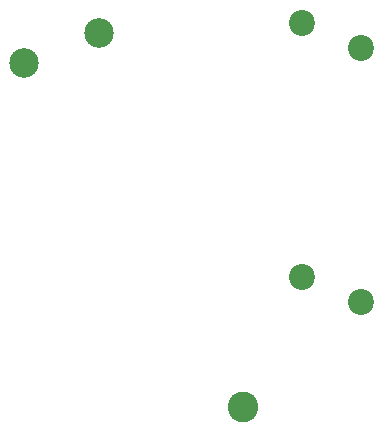
<source format=gtl>
%TF.GenerationSoftware,KiCad,Pcbnew,7.0.0-da2b9df05c~171~ubuntu22.04.1*%
%TF.CreationDate,2023-03-08T14:52:38+00:00*%
%TF.ProjectId,keycap-ruler,6b657963-6170-42d7-9275-6c65722e6b69,rev?*%
%TF.SameCoordinates,Original*%
%TF.FileFunction,Copper,L1,Top*%
%TF.FilePolarity,Positive*%
%FSLAX46Y46*%
G04 Gerber Fmt 4.6, Leading zero omitted, Abs format (unit mm)*
G04 Created by KiCad (PCBNEW 7.0.0-da2b9df05c~171~ubuntu22.04.1) date 2023-03-08 14:52:38*
%MOMM*%
%LPD*%
G01*
G04 APERTURE LIST*
%TA.AperFunction,ComponentPad*%
%ADD10C,2.600000*%
%TD*%
%TA.AperFunction,ComponentPad*%
%ADD11C,2.200000*%
%TD*%
%TA.AperFunction,ComponentPad*%
%ADD12C,2.500000*%
%TD*%
G04 APERTURE END LIST*
D10*
X240000000Y-98250000D03*
D11*
X245000000Y-87200000D03*
X250000000Y-89300000D03*
X245000000Y-65700000D03*
X250000000Y-67800000D03*
D12*
X221450000Y-69140000D03*
X227800000Y-66600000D03*
M02*

</source>
